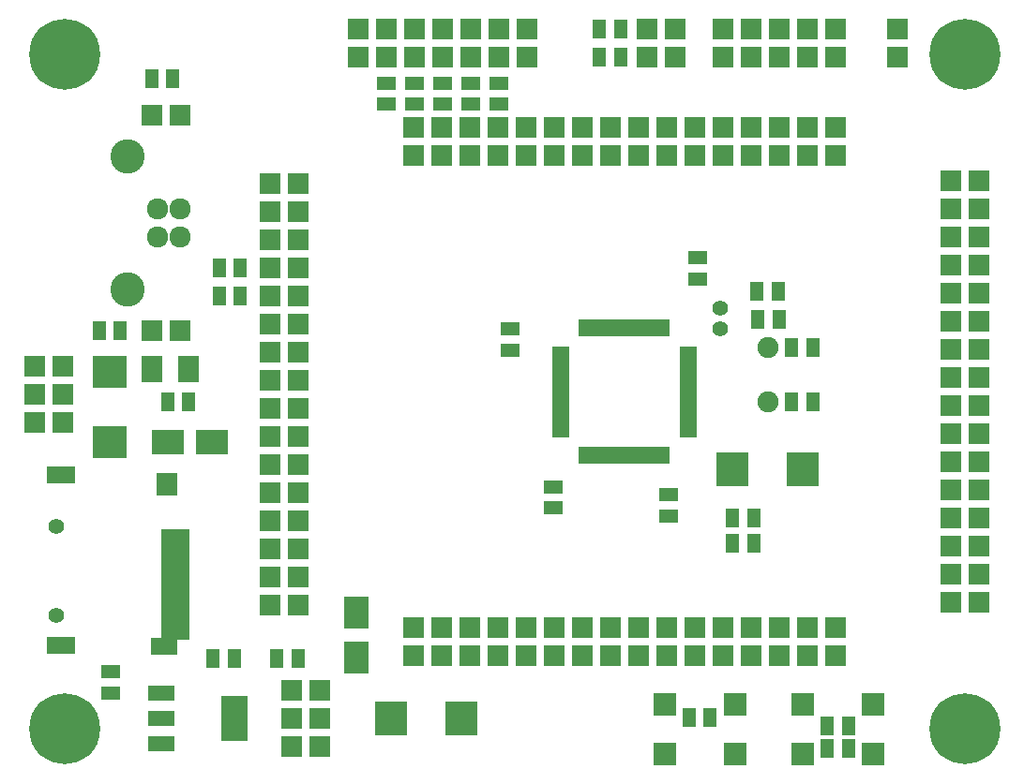
<source format=gbr>
G04 #@! TF.GenerationSoftware,KiCad,Pcbnew,(2018-02-10 revision a04965c36)-makepkg*
G04 #@! TF.CreationDate,2018-02-11T19:04:54+01:00*
G04 #@! TF.ProjectId,STM32F30xRx01A,53544D33324633307852783031412E6B,A*
G04 #@! TF.SameCoordinates,Original*
G04 #@! TF.FileFunction,Soldermask,Bot*
G04 #@! TF.FilePolarity,Negative*
%FSLAX46Y46*%
G04 Gerber Fmt 4.6, Leading zero omitted, Abs format (unit mm)*
G04 Created by KiCad (PCBNEW (2018-02-10 revision a04965c36)-makepkg) date 02/11/18 19:04:54*
%MOMM*%
%LPD*%
G01*
G04 APERTURE LIST*
%ADD10R,2.950160X3.100020*%
%ADD11R,1.797000X1.289000*%
%ADD12R,1.289000X1.797000*%
%ADD13C,6.400000*%
%ADD14R,2.076400X2.076400*%
%ADD15C,1.901140*%
%ADD16R,1.924000X1.924000*%
%ADD17R,3.100020X2.950160*%
%ADD18R,2.899360X2.200860*%
%ADD19R,2.200860X2.899360*%
%ADD20R,1.924000X2.432000*%
%ADD21R,2.432000X4.057600*%
%ADD22R,2.432000X1.416000*%
%ADD23C,1.920000*%
%ADD24C,3.100000*%
%ADD25R,1.600000X0.700000*%
%ADD26R,0.700000X1.600000*%
%ADD27C,1.400000*%
%ADD28R,1.900000X2.000000*%
%ADD29R,2.600000X1.600000*%
%ADD30R,2.400000X1.600000*%
%ADD31R,2.500000X1.200000*%
G04 APERTURE END LIST*
D10*
X179451000Y-106045000D03*
X173101000Y-106045000D03*
X148625000Y-128600000D03*
X142275000Y-128600000D03*
D11*
X153035000Y-95313500D03*
X153035000Y-93408500D03*
X169990000Y-88850000D03*
X169990000Y-86945000D03*
X156930000Y-107667500D03*
X156930000Y-109572500D03*
X167360000Y-108380000D03*
X167360000Y-110285000D03*
D12*
X117802500Y-93550000D03*
X115897500Y-93550000D03*
X169164000Y-128524000D03*
X171069000Y-128524000D03*
X181673500Y-131318000D03*
X183578500Y-131318000D03*
D11*
X116950000Y-126302500D03*
X116950000Y-124397500D03*
D13*
X112776000Y-68580000D03*
X194056000Y-129540000D03*
X112776000Y-129540000D03*
X194056000Y-68580000D03*
D14*
X167030000Y-131790000D03*
X167030000Y-127290000D03*
X173330000Y-131790000D03*
X173330000Y-127290000D03*
X185776000Y-127290000D03*
X185776000Y-131790000D03*
X179476000Y-127290000D03*
X179476000Y-131790000D03*
D15*
X176339500Y-95095060D03*
X176339500Y-99976940D03*
D16*
X120650000Y-74104500D03*
X123190000Y-74104500D03*
X120650000Y-93535500D03*
X123190000Y-93535500D03*
X112670000Y-101840000D03*
X110130000Y-101840000D03*
X112670000Y-99300000D03*
X110130000Y-99300000D03*
X112670000Y-96760000D03*
X110130000Y-96760000D03*
X182372000Y-66294000D03*
X182372000Y-68834000D03*
X179832000Y-66294000D03*
X179832000Y-68834000D03*
X177292000Y-66294000D03*
X177292000Y-68834000D03*
X174752000Y-66294000D03*
X174752000Y-68834000D03*
X172212000Y-66294000D03*
X172212000Y-68834000D03*
X133330000Y-126060000D03*
X135870000Y-126060000D03*
X133330000Y-128600000D03*
X135870000Y-128600000D03*
X133330000Y-131140000D03*
X135870000Y-131140000D03*
X192786000Y-80010000D03*
X195326000Y-80010000D03*
X192786000Y-82550000D03*
X195326000Y-82550000D03*
X192786000Y-85090000D03*
X195326000Y-85090000D03*
X192786000Y-87630000D03*
X195326000Y-87630000D03*
X192786000Y-90170000D03*
X195326000Y-90170000D03*
X192786000Y-92710000D03*
X195326000Y-92710000D03*
X192786000Y-95250000D03*
X195326000Y-95250000D03*
X192786000Y-97790000D03*
X195326000Y-97790000D03*
X192786000Y-100330000D03*
X195326000Y-100330000D03*
X192786000Y-102870000D03*
X195326000Y-102870000D03*
X192786000Y-105410000D03*
X195326000Y-105410000D03*
X192786000Y-107950000D03*
X195326000Y-107950000D03*
X192786000Y-110490000D03*
X195326000Y-110490000D03*
X192786000Y-113030000D03*
X195326000Y-113030000D03*
X192786000Y-115570000D03*
X195326000Y-115570000D03*
X192786000Y-118110000D03*
X195326000Y-118110000D03*
D17*
X116900000Y-97275000D03*
X116900000Y-103625000D03*
D12*
X178435000Y-95059500D03*
X180340000Y-95059500D03*
X178435000Y-99949000D03*
X180340000Y-99949000D03*
X175333000Y-89962500D03*
X177238000Y-89962500D03*
X128102500Y-123200000D03*
X126197500Y-123200000D03*
X175396500Y-92502500D03*
X177301500Y-92502500D03*
X173101000Y-110490000D03*
X175006000Y-110490000D03*
D18*
X126098980Y-103600000D03*
X122101020Y-103600000D03*
D19*
X139100000Y-119051020D03*
X139100000Y-123048980D03*
D20*
X120699000Y-97050000D03*
X124001000Y-97050000D03*
D12*
X128651000Y-87884000D03*
X126746000Y-87884000D03*
X128651000Y-90424000D03*
X126746000Y-90424000D03*
X122555000Y-70802500D03*
X120650000Y-70802500D03*
X181673500Y-129286000D03*
X183578500Y-129286000D03*
D21*
X128102000Y-128600000D03*
D22*
X121498000Y-128600000D03*
X121498000Y-126314000D03*
X121498000Y-130886000D03*
D12*
X161099500Y-68834000D03*
X163004500Y-68834000D03*
X161099500Y-66294000D03*
X163004500Y-66294000D03*
D23*
X123190000Y-82550000D03*
X123190000Y-85090000D03*
X121190000Y-85090000D03*
X121190000Y-82550000D03*
D24*
X118490000Y-77820000D03*
X118490000Y-89820000D03*
D16*
X165354000Y-66294000D03*
X167894000Y-66294000D03*
X165354000Y-68834000D03*
X167894000Y-68834000D03*
X187960000Y-68834000D03*
X187960000Y-66294000D03*
D12*
X124002500Y-100000000D03*
X122097500Y-100000000D03*
X175006000Y-112776000D03*
X173101000Y-112776000D03*
D16*
X182372000Y-75184000D03*
X182372000Y-77724000D03*
X179832000Y-75184000D03*
X179832000Y-77724000D03*
X177292000Y-75184000D03*
X177292000Y-77724000D03*
X174752000Y-75184000D03*
X174752000Y-77724000D03*
X172212000Y-75184000D03*
X172212000Y-77724000D03*
X169672000Y-75184000D03*
X169672000Y-77724000D03*
X167132000Y-75184000D03*
X167132000Y-77724000D03*
X164592000Y-75184000D03*
X164592000Y-77724000D03*
X162052000Y-75184000D03*
X162052000Y-77724000D03*
X159512000Y-75184000D03*
X159512000Y-77724000D03*
X156972000Y-75184000D03*
X156972000Y-77724000D03*
X154432000Y-75184000D03*
X154432000Y-77724000D03*
X151892000Y-75184000D03*
X151892000Y-77724000D03*
X149352000Y-75184000D03*
X149352000Y-77724000D03*
X146812000Y-75184000D03*
X146812000Y-77724000D03*
X144272000Y-75184000D03*
X144272000Y-77724000D03*
X131318000Y-80264000D03*
X133858000Y-80264000D03*
X131318000Y-82804000D03*
X133858000Y-82804000D03*
X131318000Y-85344000D03*
X133858000Y-85344000D03*
X131318000Y-87884000D03*
X133858000Y-87884000D03*
X131318000Y-90424000D03*
X133858000Y-90424000D03*
X131318000Y-92964000D03*
X133858000Y-92964000D03*
X131318000Y-95504000D03*
X133858000Y-95504000D03*
X131318000Y-98044000D03*
X133858000Y-98044000D03*
X131318000Y-100584000D03*
X133858000Y-100584000D03*
X131318000Y-103124000D03*
X133858000Y-103124000D03*
X131318000Y-105664000D03*
X133858000Y-105664000D03*
X131318000Y-108204000D03*
X133858000Y-108204000D03*
X131318000Y-110744000D03*
X133858000Y-110744000D03*
X131318000Y-113284000D03*
X133858000Y-113284000D03*
X131318000Y-115824000D03*
X133858000Y-115824000D03*
X131318000Y-118364000D03*
X133858000Y-118364000D03*
X144272000Y-122936000D03*
X144272000Y-120396000D03*
X146812000Y-122936000D03*
X146812000Y-120396000D03*
X149352000Y-122936000D03*
X149352000Y-120396000D03*
X151892000Y-122936000D03*
X151892000Y-120396000D03*
X154432000Y-122936000D03*
X154432000Y-120396000D03*
X156972000Y-122936000D03*
X156972000Y-120396000D03*
X159512000Y-122936000D03*
X159512000Y-120396000D03*
X162052000Y-122936000D03*
X162052000Y-120396000D03*
X164592000Y-122936000D03*
X164592000Y-120396000D03*
X167132000Y-122936000D03*
X167132000Y-120396000D03*
X169672000Y-122936000D03*
X169672000Y-120396000D03*
X172212000Y-122936000D03*
X172212000Y-120396000D03*
X174752000Y-122936000D03*
X174752000Y-120396000D03*
X177292000Y-122936000D03*
X177292000Y-120396000D03*
X179832000Y-122936000D03*
X179832000Y-120396000D03*
X182372000Y-122936000D03*
X182372000Y-120396000D03*
D25*
X169072000Y-95310000D03*
X169072000Y-95810000D03*
X169072000Y-96310000D03*
X169072000Y-96810000D03*
X169072000Y-97310000D03*
X169072000Y-97810000D03*
X169072000Y-98310000D03*
X169072000Y-98810000D03*
X169072000Y-99310000D03*
X169072000Y-99810000D03*
X169072000Y-100310000D03*
X169072000Y-100810000D03*
X169072000Y-101310000D03*
X169072000Y-101810000D03*
X169072000Y-102310000D03*
X169072000Y-102810000D03*
D26*
X167072000Y-104810000D03*
X166572000Y-104810000D03*
X166072000Y-104810000D03*
X165572000Y-104810000D03*
X165072000Y-104810000D03*
X164572000Y-104810000D03*
X164072000Y-104810000D03*
X163572000Y-104810000D03*
X163072000Y-104810000D03*
X162572000Y-104810000D03*
X162072000Y-104810000D03*
X161572000Y-104810000D03*
X161072000Y-104810000D03*
X160572000Y-104810000D03*
X160072000Y-104810000D03*
X159572000Y-104810000D03*
D25*
X157572000Y-102810000D03*
X157572000Y-102310000D03*
X157572000Y-101810000D03*
X157572000Y-101310000D03*
X157572000Y-100810000D03*
X157572000Y-100310000D03*
X157572000Y-99810000D03*
X157572000Y-99310000D03*
X157572000Y-98810000D03*
X157572000Y-98310000D03*
X157572000Y-97810000D03*
X157572000Y-97310000D03*
X157572000Y-96810000D03*
X157572000Y-96310000D03*
X157572000Y-95810000D03*
X157572000Y-95310000D03*
D26*
X159572000Y-93310000D03*
X160072000Y-93310000D03*
X160572000Y-93310000D03*
X161072000Y-93310000D03*
X161572000Y-93310000D03*
X162072000Y-93310000D03*
X162572000Y-93310000D03*
X163072000Y-93310000D03*
X163572000Y-93310000D03*
X164072000Y-93310000D03*
X164572000Y-93310000D03*
X165072000Y-93310000D03*
X165572000Y-93310000D03*
X166072000Y-93310000D03*
X166572000Y-93310000D03*
X167072000Y-93310000D03*
D16*
X139330000Y-68820000D03*
X139330000Y-66280000D03*
X141870000Y-68820000D03*
X141870000Y-66280000D03*
X144410000Y-68820000D03*
X144410000Y-66280000D03*
X146950000Y-68820000D03*
X146950000Y-66280000D03*
X149490000Y-68820000D03*
X149490000Y-66280000D03*
X152030000Y-68820000D03*
X152030000Y-66280000D03*
X154570000Y-68820000D03*
X154570000Y-66280000D03*
D11*
X141859000Y-71183500D03*
X141859000Y-73088500D03*
X144399000Y-71183500D03*
X144399000Y-73088500D03*
X146939000Y-71183500D03*
X146939000Y-73088500D03*
X149479000Y-71183500D03*
X149479000Y-73088500D03*
X152019000Y-71183500D03*
X152019000Y-73088500D03*
D27*
X171958000Y-91508500D03*
X171958000Y-93408500D03*
D28*
X121996000Y-107450000D03*
D27*
X112046000Y-111250000D03*
X112046000Y-119250000D03*
D29*
X112446000Y-106550000D03*
X112446000Y-122000000D03*
D30*
X121746000Y-122050000D03*
D31*
X122796000Y-120850000D03*
X122796000Y-119750000D03*
X122796000Y-118650000D03*
X122796000Y-117550000D03*
X122796000Y-116450000D03*
X122796000Y-115350000D03*
X122796000Y-114250000D03*
X122796000Y-113150000D03*
X122796000Y-112050000D03*
D12*
X133858000Y-123190000D03*
X131953000Y-123190000D03*
M02*

</source>
